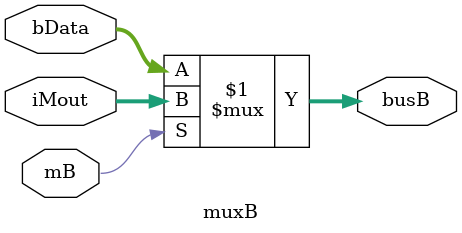
<source format=v>
`timescale 1ns / 1ps


module muxB(
    input    [31:0] iMout,
    input    [31:0] bData,
    input              mB,
    output   [31:0]  busB
    );

assign busB = mB ? iMout : bData;

endmodule


</source>
